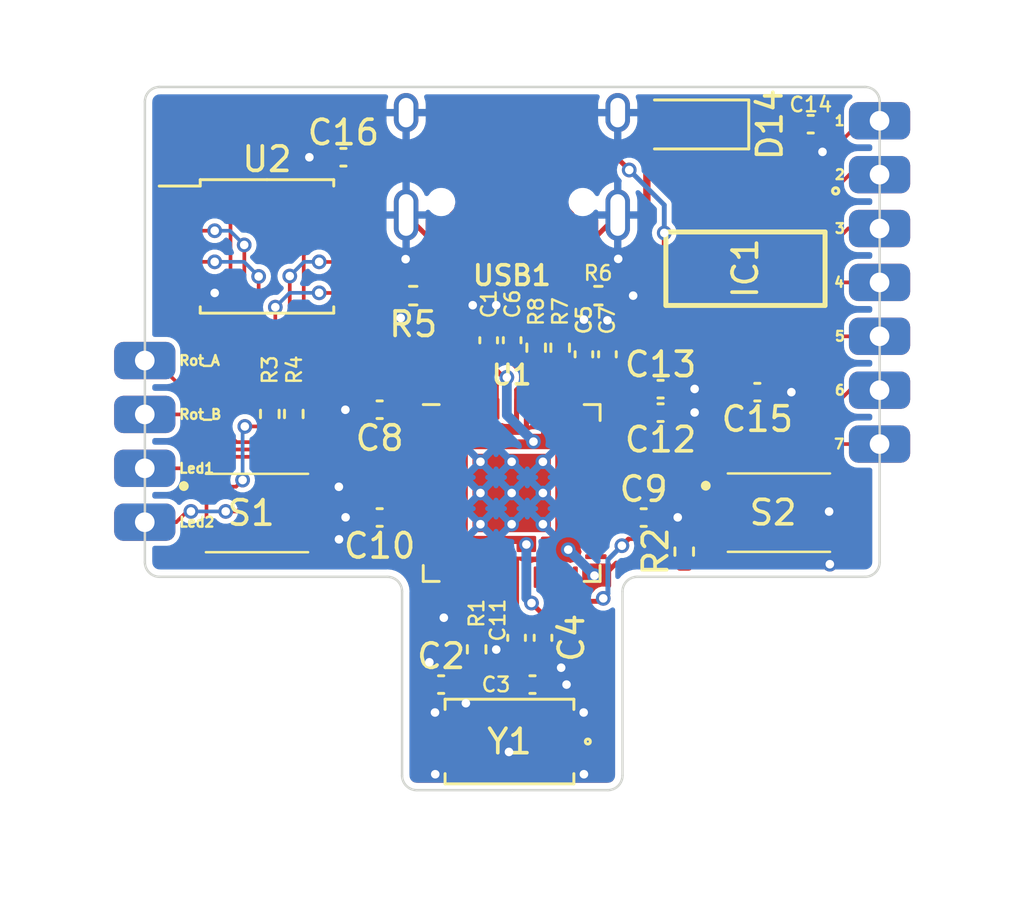
<source format=kicad_pcb>
(kicad_pcb (version 20211014) (generator pcbnew)
  (layers (0 "F.Cu" signal) (31 "B.Cu" signal) (34 "B.Paste" user) (35 "F.Paste" user) (36 "B.SilkS" user "B.Silkscreen") (37 "F.SilkS" user "F.Silkscreen") (38 "B.Mask" user) (39 "F.Mask" user) (44 "Edge.Cuts" user))
  (net 0 "")
  (net 1 "Net-(C3-Pad2)")
  (net 2 "XIN")
  (net 3 "USB_D+(47)")
  (net 4 "/USB_D+")
  (net 5 "/USB_D-")
  (net 6 "USB_D-(46)")
  (net 7 "Net-(R6-Pad1)")
  (net 8 "GND")
  (net 9 "Net-(R5-Pad1)")
  (net 10 "ADC_IOVDD(43)")
  (net 11 "QSPI_CS")
  (net 12 "BOOT")
  (net 13 "RESET")
  (net 14 "XOUT")
  (net 15 "QSPI_SD1")
  (net 16 "QSPI_SD2")
  (net 17 "QSPI_SD0")
  (net 18 "QSPI_CLK")
  (net 19 "QSPI_SP3")
  (net 21 "Net-(C14-Pad1)")
  (net 23 "Rot_A")
  (net 24 "Rot_B")
  (net 38 "DVDD(23)")
  (net 44 "LED2")
  (net 45 "LED1")
  (net 48 "unconnected-(U1-Pad35)")
  (net 49 "unconnected-(U1-Pad36)")
  (net 50 "unconnected-(U1-Pad37)")
  (net 51 "unconnected-(U1-Pad38)")
  (net 52 "unconnected-(U1-Pad39)")
  (net 53 "unconnected-(U1-Pad40)")
  (net 54 "unconnected-(U1-Pad41)")
  (net 57 "VBUS")
  (footprint "Diode_SMD:D_SOD-123F" (layer "F.Cu") (at 150.875 79.45 180)
    (fp_text reference "D14")
    (fp_text value "20V/1A")
  )
  (footprint "Capacitor_SMD:C_0402_1005Metric" (layer "F.Cu") (at 153.425 90.38)
    (fp_text reference "C15")
    (fp_text value "10uF")
  )
  (footprint "Castellated_Pin:Castellated_Pin" (layer "F.Cu") (at 158.415 81.5)
    (fp_text reference "2")
    (fp_text value "Castellated_Pin")
  )
  (footprint "Resistor_SMD:R_0402_1005Metric" (layer "F.Cu") (at 133.52 91.27 90)
    (fp_text reference "R3")
    (fp_text value "1k")
  )
  (footprint "footprints:445I23D12M00000" (layer "F.Cu") (at 143.305 104.6451 180)
    (fp_text reference "Y1")
    (fp_text value "ABLS-12.000MHZ-B4-T" hide)
  )
  (footprint "Keebio-Parts:HRO-TYPE-C-31-M-12-Assembly" (layer "F.Cu") (at 143.405 76.3675 180)
    (fp_text reference "USB1")
    (fp_text value "HRO-TYPE-C-31-M-12")
  )
  (footprint "Capacitor_SMD:C_0402_1005Metric" (layer "F.Cu") (at 149.475 91.2175)
    (fp_text reference "C12")
    (fp_text value "100nF")
  )
  (footprint "Castellated_Pin:Castellated_Pin" (layer "F.Cu") (at 158.415 92.5)
    (fp_text reference "7")
    (fp_text value "Castellated_Pin")
  )
  (footprint "Capacitor_SMD:C_0402_1005Metric" (layer "F.Cu") (at 136.525 80.79 180)
    (fp_text reference "C16")
    (fp_text value "100nF")
  )
  (footprint "Capacitor_SMD:C_0402_1005Metric" (layer "F.Cu") (at 138.005 95.4975 180)
    (fp_text reference "C10")
    (fp_text value "100nF")
  )
  (footprint "Castellated_Pin:Castellated_Pin" (layer "F.Cu") (at 128.415 95.69)
    (fp_text reference "Led2")
    (fp_text value "Castellated_Pin")
  )
  (footprint "Resistor_SMD:R_0402_1005Metric" (layer "F.Cu") (at 141.965 100.88 -90)
    (fp_text reference "R1")
    (fp_text value "1k")
  )
  (footprint "Castellated_Pin:Castellated_Pin" (layer "F.Cu") (at 158.415 88.1)
    (fp_text reference "5")
    (fp_text value "Castellated_Pin")
  )
  (footprint "Capacitor_SMD:C_0402_1005Metric" (layer "F.Cu") (at 148.785 95.5)
    (fp_text reference "C9")
    (fp_text value "100nF")
  )
  (footprint "Castellated_Pin:Castellated_Pin" (layer "F.Cu") (at 158.415 90.3)
    (fp_text reference "6")
    (fp_text value "Castellated_Pin")
  )
  (footprint "PTS810SJK250SMTRLFS:PTS810SJG250SMTRLFS" (layer "F.Cu") (at 154.32 95.3)
    (fp_text reference "S2")
    (fp_text value "PTS810SJK250SMTRLFS")
  )
  (footprint "Castellated_Pin:Castellated_Pin" (layer "F.Cu") (at 158.415 85.9)
    (fp_text reference "4")
    (fp_text value "Castellated_Pin")
  )
  (footprint "Castellated_Pin:Castellated_Pin" (layer "F.Cu") (at 158.415 79.3)
    (fp_text reference "1")
    (fp_text value "Castellated_Pin")
  )
  (footprint "Resistor_SMD:R_0402_1005Metric" (layer "F.Cu") (at 134.5 91.27 90)
    (fp_text reference "R4")
    (fp_text value "10k")
  )
  (footprint "Castellated_Pin:Castellated_Pin" (layer "F.Cu") (at 128.415 89.09)
    (fp_text reference "Rot_A")
    (fp_text value "Castellated_Pin")
  )
  (footprint "Package_SO:SOIC-8_5.23x5.23mm_P1.27mm" (layer "F.Cu") (at 133.405 84.43)
    (fp_text reference "U2")
    (fp_text value "W25Q128JVS")
  )
  (footprint "Capacitor_SMD:C_0402_1005Metric" (layer "F.Cu") (at 143.595 100.41 -90)
    (fp_text reference "C11")
    (fp_text value "100nF")
  )
  (footprint "Resistor_SMD:R_0402_1005Metric" (layer "F.Cu") (at 145.375 88.565 -90)
    (fp_text reference "R7")
    (fp_text value "27")
  )
  (footprint "Castellated_Pin:Castellated_Pin" (layer "F.Cu") (at 158.415 83.7)
    (fp_text reference "3")
    (fp_text value "Castellated_Pin")
  )
  (footprint "Resistor_SMD:R_0402_1005Metric" (layer "F.Cu") (at 150.44 96.89 90)
    (fp_text reference "R2")
    (fp_text value "10k")
  )
  (footprint "Capacitor_SMD:C_0402_1005Metric" (layer "F.Cu") (at 144.245 102.32 180)
    (fp_text reference "C3")
    (fp_text value "27pF")
  )
  (footprint "Capacitor_SMD:C_0402_1005Metric" (layer "F.Cu") (at 155.605 79.44)
    (fp_text reference "C14")
    (fp_text value "10uF")
  )
  (footprint "Resistor_SMD:R_0402_1005Metric" (layer "F.Cu") (at 139.375 86.44 180)
    (fp_text reference "R5")
    (fp_text value "5.1k")
  )
  (footprint "Resistor_SMD:R_0402_1005Metric" (layer "F.Cu") (at 144.395 88.565 90)
    (fp_text reference "R8")
    (fp_text value "27")
  )
  (footprint "Keebio-Parts:RP2040-QFN-56" (layer "F.Cu") (at 143.395 94.4975)
    (fp_text reference "U1")
    (fp_text value "RP2040")
  )
  (footprint "Capacitor_SMD:C_0402_1005Metric" (layer "F.Cu") (at 140.515 102.32)
    (fp_text reference "C2")
    (fp_text value "27pF")
  )
  (footprint "Capacitor_SMD:C_0402_1005Metric" (layer "F.Cu") (at 138.005 91.0975 180)
    (fp_text reference "C8")
    (fp_text value "100nF")
  )
  (footprint "Capacitor_SMD:C_0402_1005Metric" (layer "F.Cu") (at 143.415 88.26 90)
    (fp_text reference "C6")
    (fp_text value "100nF")
  )
  (footprint "Capacitor_SMD:C_0402_1005Metric" (layer "F.Cu") (at 147.305 88.835 90)
    (fp_text reference "C7")
    (fp_text value "1uF")
  )
  (footprint "PTS810SJK250SMTRLFS:PTS810SJG250SMTRLFS" (layer "F.Cu") (at 133.01 95.315)
    (fp_text reference "S1")
    (fp_text value "PTS810SJK250SMTRLFS")
  )
  (footprint "Capacitor_SMD:C_0402_1005Metric" (layer "F.Cu") (at 142.455 88.2625 90)
    (fp_text reference "C1")
    (fp_text value "100nF")
  )
  (footprint "Capacitor_SMD:C_0402_1005Metric" (layer "F.Cu") (at 149.475 90.2575)
    (fp_text reference "C13")
    (fp_text value "100nF")
  )
  (footprint "NCP1117ST33T3G:SOT230P700X180-4N" (layer "F.Cu") (at 152.94075 85.34 -90)
    (fp_text reference "IC1")
    (fp_text value "NCP1117ST33T3G")
  )
  (footprint "Castellated_Pin:Castellated_Pin" (layer "F.Cu") (at 128.415 91.29)
    (fp_text reference "Rot_B")
    (fp_text value "Castellated_Pin")
  )
  (footprint "Castellated_Pin:Castellated_Pin" (layer "F.Cu") (at 128.415 93.49)
    (fp_text reference "Led1")
    (fp_text value "Castellated_Pin")
  )
  (footprint "Capacitor_SMD:C_0402_1005Metric" (layer "F.Cu") (at 146.345 88.835 90)
    (fp_text reference "C5")
    (fp_text value "1uF")
  )
  (footprint "Resistor_SMD:R_0402_1005Metric" (layer "F.Cu") (at 146.935 86.44)
    (fp_text reference "R6")
    (fp_text value "5.1k")
  )
  (footprint "Capacitor_SMD:C_0402_1005Metric" (layer "F.Cu") (at 144.675 100.41 -90)
    (fp_text reference "C4")
    (fp_text value "100nF")
  )
  (gr_line (start 143.42 106.63) (end 139.52 106.63) (layer "Edge.Cuts") (width 0.1))
  (gr_line (start 129.02 77.92) (end 157.82 77.92) (layer "Edge.Cuts") (width 0.1))
  (gr_line (start 128.42 97.32) (end 128.42 78.52) (layer "Edge.Cuts") (width 0.1))
  (gr_line (start 138.92 106.03) (end 138.92 98.52) (layer "Edge.Cuts") (width 0.1))
  (gr_line (start 147.92 98.52) (end 147.92 106.03) (layer "Edge.Cuts") (width 0.1))
  (gr_line (start 138.32 97.92) (end 129.02 97.92) (layer "Edge.Cuts") (width 0.1))
  (gr_line (start 158.42 78.52) (end 158.42 97.32) (layer "Edge.Cuts") (width 0.1))
  (gr_arc (start 157.82 77.92) (mid 158.244247 78.095744) (end 158.42 78.52) (layer "Edge.Cuts") (width 0.1))
  (gr_line (start 147.32 106.63) (end 143.42 106.63) (layer "Edge.Cuts") (width 0.1))
  (gr_line (start 157.82 97.92) (end 148.52 97.92) (layer "Edge.Cuts") (width 0.1))
  (gr_arc (start 147.92 98.52) (mid 148.095734 98.095738) (end 148.52 97.92) (layer "Edge.Cuts") (width 0.1))
  (gr_arc (start 158.42 97.32) (mid 158.244262 97.744266) (end 157.82 97.92) (layer "Edge.Cuts") (width 0.1))
  (gr_arc (start 128.42 78.52) (mid 128.595734 78.095738) (end 129.02 77.92) (layer "Edge.Cuts") (width 0.1))
  (gr_arc (start 129.02 97.92) (mid 128.595719 97.744272) (end 128.42 97.32) (layer "Edge.Cuts") (width 0.1))
  (gr_arc (start 147.92 106.03) (mid 147.744262 106.454266) (end 147.32 106.63) (layer "Edge.Cuts") (width 0.1))
  (gr_arc (start 138.32 97.92) (mid 138.744247 98.095744) (end 138.92 98.52) (layer "Edge.Cuts") (width 0.1))
  (gr_arc (start 139.52 106.63) (mid 139.095719 106.454272) (end 138.92 106.03) (layer "Edge.Cuts") (width 0.1))
  (segment (start 143.9901 104.6451) (end 145.1573 104.6451) (width 0.15) (layer "F.Cu") (net 1))
  (segment (start 142.115 102.32) (end 143.765 102.32) (width 0.15) (layer "F.Cu") (net 1))
  (segment (start 143.765 104.42) (end 143.9901 104.6451) (width 0.15) (layer "F.Cu") (net 1))
  (segment (start 143.765 102.32) (end 143.765 104.42) (width 0.15) (layer "F.Cu") (net 1))
  (segment (start 141.965 102.17) (end 142.115 102.32) (width 0.15) (layer "F.Cu") (net 1))
  (segment (start 141.965 101.39) (end 141.965 102.17) (width 0.15) (layer "F.Cu") (net 1))
  (segment (start 142.8501 104.4149) (end 142.8501 103.5051) (width 0.15) (layer "F.Cu") (net 2))
  (segment (start 141.691414 102.32) (end 140.995 102.32) (width 0.15) (layer "F.Cu") (net 2))
  (segment (start 142.795 98.43) (end 140.995 100.23) (width 0.15) (layer "F.Cu") (net 2))
  (segment (start 142.625 104.64) (end 142.8501 104.4149) (width 0.15) (layer "F.Cu") (net 2))
  (segment (start 142.131414 102.76) (end 142.131414 102.786414) (width 0.15) (layer "F.Cu") (net 2))
  (segment (start 141.455 104.64) (end 142.6222 104.64) (width 0.15) (layer "F.Cu") (net 2))
  (segment (start 142.795 97.935) (end 142.795 98.43) (width 0.15) (layer "F.Cu") (net 2))
  (segment (start 140.995 100.23) (end 140.995 102.32) (width 0.15) (layer "F.Cu") (net 2))
  (segment (start 142.131414 102.76) (end 141.691414 102.32) (width 0.15) (layer "F.Cu") (net 2))
  (segment (start 142.131414 102.786414) (end 142.8501 103.5051) (width 0.15) (layer "F.Cu") (net 2))
  (segment (start 144.395 89.075) (end 144.395 91.06) (width 0.2) (layer "F.Cu") (net 3))
  (segment (start 143.165 85.6075) (end 143.165 85.960324) (width 0.8) (layer "F.Cu") (net 4))
  (segment (start 142.655 84.05) (end 142.655 85.1175) (width 0.3) (layer "F.Cu") (net 4))
  (segment (start 144.41048 87.205804) (end 144.41048 88.03952) (width 0.8) (layer "F.Cu") (net 4))
  (segment (start 144.41048 88.03952) (end 144.395 88.055) (width 0.8) (layer "F.Cu") (net 4))
  (segment (start 143.655 85.1175) (end 143.165 85.6075) (width 0.3) (layer "F.Cu") (net 4))
  (segment (start 142.655 85.1175) (end 143.145 85.6075) (width 0.3) (layer "F.Cu") (net 4))
  (segment (start 143.165 85.960324) (end 144.41048 87.205804) (width 0.8) (layer "F.Cu") (net 4))
  (segment (start 143.655 84.05) (end 143.655 85.1175) (width 0.3) (layer "F.Cu") (net 4))
  (segment (start 143.155 84.05) (end 143.155 83.0875) (width 0.3) (layer "F.Cu") (net 5))
  (segment (start 145.36 88.04) (end 145.375 88.055) (width 0.8) (layer "F.Cu") (net 5))
  (segment (start 144.155 85.6075) (end 144.174287 85.6075) (width 0.8) (layer "F.Cu") (net 5))
  (segment (start 145.36 86.793213) (end 145.36 88.04) (width 0.8) (layer "F.Cu") (net 5))
  (segment (start 144.174287 85.6075) (end 145.36 86.793213) (width 0.8) (layer "F.Cu") (net 5))
  (segment (start 143.155 83.0875) (end 143.365 82.8775) (width 0.3) (layer "F.Cu") (net 5))
  (segment (start 143.945 82.8775) (end 143.365 82.8775) (width 0.3) (layer "F.Cu") (net 5))
  (segment (start 144.155 84.05) (end 144.155 85.6075) (width 0.3) (layer "F.Cu") (net 5))
  (segment (start 144.155 83.0875) (end 143.945 82.8775) (width 0.3) (layer "F.Cu") (net 5))
  (segment (start 144.155 84.05) (end 144.155 83.0875) (width 0.3) (layer "F.Cu") (net 5))
  (segment (start 144.795 90.2) (end 145.375 89.62) (width 0.2) (layer "F.Cu") (net 6))
  (segment (start 145.375 89.62) (end 145.375 89.075) (width 0.2) (layer "F.Cu") (net 6))
  (segment (start 144.795 91.06) (end 144.795 90.2) (width 0.2) (layer "F.Cu") (net 6))
  (segment (start 144.655 84.9) (end 146.195 86.44) (width 0.15) (layer "F.Cu") (net 7))
  (segment (start 144.655 84.0625) (end 144.655 84.9) (width 0.15) (layer "F.Cu") (net 7))
  (segment (start 146.195 86.44) (end 146.425 86.44) (width 0.15) (layer "F.Cu") (net 7))
  (segment (start 156.395 94.225) (end 157.255 94.225) (width 0.15) (layer "F.Cu") (net 8))
  (segment (start 144.725 101.76) (end 144.595 101.63) (width 0.15) (layer "F.Cu") (net 8))
  (segment (start 156.085 82.28) (end 155.925 82.44) (width 0.2) (layer "F.Cu") (net 8))
  (segment (start 142.395 98.406414) (end 142.269511 98.531903) (width 0.15) (layer "F.Cu") (net 8))
  (segment (start 141.211414 99.59) (end 140.625 99.59) (width 0.15) (layer "F.Cu") (net 8))
  (segment (start 146.755 84.94) (end 146.63 84.815) (width 0.2) (layer "F.Cu") (net 8))
  (segment (start 150.865 90.25) (end 149.955 90.25) (width 0.2) (layer "F.Cu") (net 8))
  (segment (start 135.085 94.24) (end 135.085 96.39) (width 0.15) (layer "F.Cu") (net 8))
  (segment (start 142.455 87.78) (end 142.455 87.48) (width 0.2) (layer "F.Cu") (net 8))
  (segment (start 144.725 102.32) (end 144.725 101.76) (width 0.15) (layer "F.Cu") (net 8))
  (segment (start 157.255 94.225) (end 157.43 94.4) (width 0.15) (layer "F.Cu") (net 8))
  (segment (start 142.455 87.48) (end 141.805 86.83) (width 0.2) (layer "F.Cu") (net 8))
  (segment (start 156.085 79.44) (end 156.085 80.57) (width 0.2) (layer "F.Cu") (net 8))
  (segment (start 157.43 96.19) (end 157.2475 96.3725) (width 0.15) (layer "F.Cu") (net 8))
  (segment (start 129.805 86.33) (end 131.27 86.33) (width 0.15) (layer "F.Cu") (net 8))
  (segment (start 146.345 88.3275) (end 146.345 87.4175) (width 0.2) (layer "F.Cu") (net 8))
  (segment (start 143.135 101.35) (end 142.905 101.35) (width 0.15) (layer "F.Cu") (net 8))
  (segment (start 156.355 94.225) (end 156.355 95.255) (width 0.15) (layer "F.Cu") (net 8))
  (segment (start 136.045 80.79) (end 135.135 80.79) (width 0.2) (layer "F.Cu") (net 8))
  (segment (start 137.515 91.1) (end 136.605 91.1) (width 0.2) (layer "F.Cu") (net 8))
  (segment (start 142.269511 98.531903) (end 141.211414 99.59) (width 0.15) (layer "F.Cu") (net 8))
  (segment (start 138.865 87.35) (end 138.865 86.44) (width 0.2) (layer "F.Cu") (net 8))
  (segment (start 147.305 88.3575) (end 147.305 87.4475) (width 0.2) (layer "F.Cu") (net 8))
  (segment (start 140.185 84.8125) (end 140.185 84.06) (width 0.2) (layer "F.Cu") (net 8))
  (segment (start 137.525 95.49) (end 136.615 95.49) (width 0.2) (layer "F.Cu") (net 8))
  (segment (start 143.415 87.78) (end 143.415 87.48) (width 0.2) (layer "F.Cu") (net 8))
  (segment (start 156.39 96.37) (end 156.39 97.4) (width 0.15) (layer "F.Cu") (net 8))
  (segment (start 140.18 84.0625) (end 140 84.0625) (width 0.2) (layer "F.Cu") (net 8))
  (segment (start 144.595 101.63) (end 144.575 101.61) (width 0.15) (layer "F.Cu") (net 8))
  (segment (start 150.175 95.4925) (end 149.265 95.4925) (width 0.2) (layer "F.Cu") (net 8))
  (segment (start 143.595 100.89) (end 143.135 101.35) (width 0.15) (layer "F.Cu") (net 8))
  (segment (start 140.035 102.32) (end 140.035 101.41) (width 0.2) (layer "F.Cu") (net 8))
  (segment (start 147.745 84.94) (end 146.755 84.94) (width 0.2) (layer "F.Cu") (net 8))
  (segment (start 154.815 90.38) (end 153.905 90.38) (width 0.2) (layer "F.Cu") (net 8))
  (segment (start 156.085 80.57) (end 156.085 82.28) (width 0.2) (layer "F.Cu") (net 8))
  (segment (start 146.81 84.0625) (end 147.725 83.1475) (width 0.2) (layer "F.Cu") (net 8))
  (segment (start 148.355 86.44) (end 147.445 86.44) (width 0.2) (layer "F.Cu") (net 8))
  (segment (start 150.865 91.21) (end 149.955 91.21) (width 0.2) (layer "F.Cu") (net 8))
  (segment (start 146.63 84.0625) (end 146.81 84.0625) (width 0.2) (layer "F.Cu") (net 8))
  (segment (start 135.09 96.385) (end 136.34 96.385) (width 0.15) (layer "F.Cu") (net 8))
  (segment (start 144.725 102.32) (end 145.635 102.32) (width 0.2) (layer "F.Cu") (net 8))
  (segment (start 156.39 96.37) (end 157.25 96.37) (width 0.15) (layer "F.Cu") (net 8))
  (segment (start 155.925 82.44) (end 155.24075 82.44) (width 0.2) (layer "F.Cu") (net 8))
  (segment (start 144.575 101.61) (end 142.915 101.61) (width 0.15) (layer "F.Cu") (net 8))
  (segment (start 146.63 84.815) (end 146.63 84.0625) (width 0.2) (layer "F.Cu") (net 8))
  (segment (start 144.675 100.89) (end 145.415 101.63) (width 0.15) (layer "F.Cu") (net 8))
  (segment (start 157.43 94.4) (end 157.43 96.19) (width 0.15) (layer "F.Cu") (net 8))
  (segment (start 140.055 84.95) (end 139.065 84.95) (width 0.2) (layer "F.Cu") (net 8))
  (segment (start 135.085 94.24) (end 136.335 94.24) (width 0.15) (layer "F.Cu") (net 8))
  (segment (start 140 84.0625) (end 139.085 83.1475) (width 0.2) (layer "F.Cu") (net 8))
  (segment (start 140.185 84.82) (end 140.06 84.945) (width 0.2) (layer "F.Cu") (net 8))
  (segment (start 143.415 87.48) (end 142.765 86.83) (width 0.2) (layer "F.Cu") (net 8))
  (segment (start 142.395 97.935) (end 142.395 98.406414) (width 0.15) (layer "F.Cu") (net 8))
  (segment (start 135.84 94.215) (end 135.845 94.22) (width 0.15) (layer "F.Cu") (net 8))
  (via (at 147.745 84.94) (size 0.6) (drill 0.35) (layers "F.Cu" "B.Cu") (net 8))
  (via (at 140.265 103.46) (size 0.6) (drill 0.35) (layers "F.Cu" "B.Cu") (net 8))
  (via (at 156.355 95.255) (size 0.6) (drill 0.35) (layers "F.Cu" "B.Cu") (net 8))
  (via (at 136.345 96.39) (size 0.6) (drill 0.35) (layers "F.Cu" "B.Cu") (net 8))
  (via (at 138.865 87.35) (size 0.6) (drill 0.35) (layers "F.Cu" "B.Cu") (net 8))
  (via (at 135.135 80.79) (size 0.6) (drill 0.35) (layers "F.Cu" "B.Cu") (net 8))
  (via (at 136.34 94.245) (size 0.6) (drill 0.35) (layers "F.Cu" "B.Cu") (net 8))
  (via (at 142.765 100.89) (size 0.6) (drill 0.35) (layers "F.Cu" "B.Cu") (net 8))
  (via (at 140.275 105.98) (size 0.6) (drill 0.35) (layers "F.Cu" "B.Cu") (net 8))
  (via (at 145.635 102.32) (size 0.6) (drill 0.35) (layers "F.Cu" "B.Cu") (net 8))
  (via (at 146.345 87.4175) (size 0.6) (drill 0.35) (layers "F.Cu" "B.Cu") (net 8))
  (via (at 150.865 91.21) (size 0.6) (drill 0.35) (layers "F.Cu" "B.Cu") (net 8))
  (via (at 146.345 105.98) (size 0.6) (drill 0.35) (layers "F.Cu" "B.Cu") (net 8))
  (via (at 136.615 95.49) (size 0.6) (drill 0.35) (layers "F.Cu" "B.Cu") (net 8))
  (via (at 140.625 99.59) (size 0.6) (drill 0.35) (layers "F.Cu" "B.Cu") (net 8))
  (via (at 146.335 103.46) (size 0.6) (drill 0.35) (layers "F.Cu" "B.Cu") (net 8))
  (via (at 154.815 90.38) (size 0.6) (drill 0.35) (layers "F.Cu" "B.Cu") (net 8))
  (via (at 145.415 101.63) (size 0.6) (drill 0.35) (layers "F.Cu" "B.Cu") (net 8))
  (via (at 143.285 105.07) (size 0.6) (drill 0.35) (layers "F.Cu" "B.Cu") (net 8))
  (via (at 150.175 95.4925) (size 0.6) (drill 0.35) (layers "F.Cu" "B.Cu") (net 8))
  (via (at 148.355 86.44) (size 0.6) (drill 0.35) (layers "F.Cu" "B.Cu") (net 8))
  (via (at 131.27 86.33) (size 0.6) (drill 0.35) (layers "F.Cu" "B.Cu") (net 8))
  (via (at 156.085 80.57) (size 0.6) (drill 0.35) (layers "F.Cu" "B.Cu") (net 8))
  (via (at 141.805 86.83) (size 0.6) (drill 0.35) (layers "F.Cu" "B.Cu") (net 8))
  (via (at 150.865 90.25) (size 0.6) (drill 0.35) (layers "F.Cu" "B.Cu") (net 8))
  (via (at 141.525 103.08) (size 0.6) (drill 0.35) (layers "F.Cu" "B.Cu") (net 8))
  (via (at 142.765 86.83) (size 0.6) (drill 0.35) (layers "F.Cu" "B.Cu") (net 8))
  (via (at 140.035 101.41) (size 0.6) (drill 0.35) (layers "F.Cu" "B.Cu") (net 8))
  (via (at 139.065 84.95) (size 0.6) (drill 0.35) (layers "F.Cu" "B.Cu") (net 8))
  (via (at 136.605 91.1) (size 0.6) (drill 0.35) (layers "F.Cu" "B.Cu") (net 8))
  (via (at 156.385 97.405) (size 0.6) (drill 0.35) (layers "F.Cu" "B.Cu") (net 8))
  (via (at 147.305 87.4475) (size 0.6) (drill 0.35) (layers "F.Cu" "B.Cu") (net 8))
  (segment (start 139.885 86.44) (end 140.115 86.44) (width 0.15) (layer "F.Cu") (net 9))
  (segment (start 141.655 84.06) (end 141.655 84.8975) (width 0.15) (layer "F.Cu") (net 9))
  (segment (start 140.115 86.44) (end 141.655 84.9) (width 0.15) (layer "F.Cu") (net 9))
  (segment (start 147.665 97.36) (end 150.4 97.36) (width 0.15) (layer "F.Cu") (net 10))
  (segment (start 140.8425 95.4975) (end 140.845 95.5) (width 0.2) (layer "F.Cu") (net 10))
  (segment (start 145.595 92.02) (end 145.805 92.23) (width 0.2) (layer "F.Cu") (net 10))
  (segment (start 143.995 91.06) (end 143.995 90.29) (width 0.2) (layer "F.Cu") (net 10))
  (segment (start 143.995 91.06) (end 143.995 91.68) (width 0.2) (layer "F.Cu") (net 10))
  (segment (start 146.83 91.9) (end 146.8325 91.8975) (width 0.2) (layer "F.Cu") (net 10))
  (segment (start 139.015 91.78) (end 139.445 91.35) (width 0.2) (layer "F.Cu") (net 10))
  (segment (start 145.995 91.78) (end 146.115 91.9) (width 0.2) (layer "F.Cu") (net 10))
  (segment (start 143.595 91.7) (end 143.385 91.91) (width 0.2) (layer "F.Cu") (net 10))
  (segment (start 152.94075 90.37575) (end 152.94075 88.24) (width 0.2) (layer "F.Cu") (net 10))
  (segment (start 146.8325 95.4975) (end 145.6075 95.4975) (width 0.2) (layer "F.Cu") (net 10))
  (segment (start 147.045 90.24) (end 147.305 89.98) (width 0.2) (layer "F.Cu") (net 10))
  (segment (start 137.005 80.79) (end 137.005 82.525) (width 0.2) (layer "F.Cu") (net 10))
  (segment (start 146.775 97.87) (end 147.155 97.87) (width 0.2) (layer "F.Cu") (net 10))
  (segment (start 145.815 90.24) (end 147.045 90.24) (width 0.2) (layer "F.Cu") (net 10))
  (segment (start 146.115 91.9) (end 146.83 91.9) (width 0.2) (layer "F.Cu") (net 10))
  (segment (start 138.155 81.87) (end 139.085 80.94) (width 0.2) (layer "F.Cu") (net 10))
  (segment (start 143.855 91.94) (end 143.695 91.94) (width 0.2) (layer "F.Cu") (net 10))
  (segment (start 138.485 95.4975) (end 139.9575 95.4975) (width 0.2) (layer "F.Cu") (net 10))
  (segment (start 146.835 95.5) (end 146.8325 95.4975) (width 0.2) (layer "F.Cu") (net 10))
  (segment (start 143.595 91.06) (end 143.595 91.7) (width 0.2) (layer "F.Cu") (net 10))
  (segment (start 143.995 91.68) (end 143.995 91.8) (width 0.2) (layer "F.Cu") (net 10))
  (segment (start 143.995 90.29) (end 143.795 90.09) (width 0.2) (layer "F.Cu") (net 10))
  (segment (start 147.305 89.98) (end 147.305 89.315) (width 0.2) (layer "F.Cu") (net 10))
  (segment (start 143.595 91.06) (end 143.595 90.29) (width 0.2) (layer "F.Cu") (net 10))
  (segment (start 139.9575 91.8975) (end 140.8525 91.8975) (width 0.2) (layer "F.Cu") (net 10))
  (segment (start 145.595 90.46) (end 145.815 90.24) (width 0.2) (layer "F.Cu") (net 10))
  (segment (start 138.485 91.0975) (end 139.9125 91.0975) (width 0.2) (layer "F.Cu") (net 10))
  (segment (start 147.155 97.87) (end 147.665 97.36) (width 0.2) (layer "F.Cu") (net 10))
  (segment (start 145.995 91.06) (end 145.995 91.78) (width 0.2) (layer "F.Cu") (net 10))
  (segment (start 148.305 95.5) (end 146.835 95.5) (width 0.2) (layer "F.Cu") (net 10))
  (segment (start 143.795 89.56) (end 143.795 90.09) (width 0.2) (layer "F.Cu") (net 10))
  (segment (start 137.5 82.525) (end 138.155 81.87) (width 0.2) (layer "F.Cu") (net 10))
  (segment (start 143.595 97.935) (end 143.595 99.93) (width 0.2) (layer "F.Cu") (net 10))
  (segment (start 143.595 90.29) (end 143.795 90.09) (width 0.2) (layer "F.Cu") (net 10))
  (segment (start 149.625 85.39) (end 150.225 85.99) (width 0.2) (layer "F.Cu") (net 10))
  (segment (start 134.5 91.78) (end 139.015 91.78) (width 0.2) (layer "F.Cu") (net 10))
  (segment (start 147.825 80.94) (end 148.195 81.31) (width 0.2) (layer "F.Cu") (net 10))
  (segment (start 139.9125 91.0975) (end 139.955 91.14) (width 0.2) (layer "F.Cu") (net 10))
  (segment (start 139.085 80.94) (end 139.965 80.94) (width 0.2) (layer "F.Cu") (net 10))
  (segment (start 139.9575 95.4975) (end 140.8425 95.4975) (width 0.2) (layer "F.Cu") (net 10))
  (segment (start 143.385 91.91) (end 143.095 91.91) (width 0.2) (layer "F.Cu") (net 10))
  (segment (start 143.415 89.18) (end 143.795 89.56) (width 0.2) (layer "F.Cu") (net 10))
  (segment (start 149.625 83.88) (end 149.625 85.39) (width 0.2) (layer "F.Cu") (net 10))
  (segment (start 152.945 90.38) (end 152.94075 90.37575) (width 0.2) (layer "F.Cu") (net 10))
  (segment (start 139.965 80.94) (end 147.825 80.94) (width 0.2) (layer "F.Cu") (net 10))
  (segment (start 143.415 88.74) (end 143.415 89.18) (width 0.2) (layer "F.Cu") (net 10))
  (segment (start 143.995 91.8) (end 143.855 91.94) (width 0.2) (layer "F.Cu") (net 10))
  (segment (start 145.595 91.06) (end 145.595 90.46) (width 0.2) (layer "F.Cu") (net 10))
  (segment (start 137.005 82.525) (end 137.5 82.525) (width 0.2) (layer "F.Cu") (net 10))
  (segment (start 150.4 97.36) (end 150.44 97.4) (width 0.15) (layer "F.Cu") (net 10))
  (segment (start 145.595 91.06) (end 145.595 92.02) (width 0.2) (layer "F.Cu") (net 10))
  (via (at 145.705 96.81) (size 0.6) (drill 0.35) (layers "F.Cu" "B.Cu") (net 10))
  (via (at 149.625 83.88) (size 0.6) (drill 0.35) (layers "F.Cu" "B.Cu") (net 10))
  (via (at 146.775 97.87) (size 0.6) (drill 0.35) (layers "F.Cu" "B.Cu") (net 10))
  (via (at 148.195 81.31) (size 0.6) (drill 0.35) (layers "F.Cu" "B.Cu") (net 10))
  (segment (start 145.715 96.81) (end 146.775 97.87) (width 0.4) (layer "B.Cu") (net 10))
  (segment (start 149.625 82.74) (end 149.625 83.88) (width 0.2) (layer "B.Cu") (net 10))
  (segment (start 145.705 96.81) (end 145.715 96.81) (width 0.4) (layer "B.Cu") (net 10))
  (segment (start 148.195 81.31) (end 149.625 82.74) (width 0.2) (layer "B.Cu") (net 10))
  (segment (start 145.705 96.81) (end 145.725 96.81) (width 0.4) (layer "B.Cu") (net 10))
  (segment (start 133.52 90.14) (end 133.52 90.06) (width 0.15) (layer "F.Cu") (net 11))
  (segment (start 133.52 90.06) (end 133.47574 90.01574) (width 0.15) (layer "F.Cu") (net 11))
  (segment (start 140.795 91.06) (end 140.795 90.58148) (width 0.15) (layer "F.Cu") (net 11))
  (segment (start 140.22926 90.01574) (end 133.64574 90.01574) (width 0.15) (layer "F.Cu") (net 11))
  (segment (start 130.925 82.51) (end 131.91 83.495) (width 0.15) (layer "F.Cu") (net 11))
  (segment (start 133.39574 90.01574) (end 133.52 90.14) (width 0.15) (layer "F.Cu") (net 11))
  (segment (start 140.795 90.58148) (end 140.22926 90.01574) (width 0.15) (layer "F.Cu") (net 11))
  (segment (start 132.54074 90.01574) (end 131.91593 89.39093) (width 0.15) (layer "F.Cu") (net 11))
  (segment (start 133.47574 90.01574) (end 133.37426 90.01574) (width 0.15) (layer "F.Cu") (net 11))
  (segment (start 133.37426 90.01574) (end 133.39574 90.01574) (width 0.15) (layer "F.Cu") (net 11))
  (segment (start 130.92 82.51) (end 129.805 82.51) (width 0.15) (layer "F.Cu") (net 11))
  (segment (start 133.37426 90.01574) (end 132.54074 90.01574) (width 0.15) (layer "F.Cu") (net 11))
  (segment (start 133.64426 90.01574) (end 133.52 90.14) (width 0.15) (layer "F.Cu") (net 11))
  (segment (start 131.91593 86.90093) (end 131.915 86.9) (width 0.15) (layer "F.Cu") (net 11))
  (segment (start 133.52 90.76) (end 134.5 90.76) (width 0.15) (layer "F.Cu") (net 11))
  (segment (start 133.64574 90.01574) (end 133.64426 90.01574) (width 0.15) (layer "F.Cu") (net 11))
  (segment (start 131.91593 89.39093) (end 131.91593 86.90093) (width 0.15) (layer "F.Cu") (net 11))
  (segment (start 131.915 86.9) (end 131.915 83.5) (width 0.15) (layer "F.Cu") (net 11))
  (segment (start 133.52 90.76) (end 133.52 90.14) (width 0.15) (layer "F.Cu") (net 11))
  (segment (start 133.64574 90.01574) (end 133.47574 90.01574) (width 0.15) (layer "F.Cu") (net 11))
  (segment (start 133.52 91.78) (end 132.5 91.78) (width 0.15) (layer "F.Cu") (net 12))
  (segment (start 132.14 94.24) (end 132.41 93.97) (width 0.15) (layer "F.Cu") (net 12))
  (segment (start 132.14 94.24) (end 130.935 94.24) (width 0.15) (layer "F.Cu") (net 12))
  (segment (start 130.935 94.24) (end 130.935 96.39) (width 0.15) (layer "F.Cu") (net 12))
  (via (at 132.41 93.97) (size 0.6) (drill 0.35) (layers "F.Cu" "B.Cu") (net 12))
  (via (at 132.5 91.78) (size 0.6) (drill 0.35) (layers "F.Cu" "B.Cu") (net 12))
  (segment (start 132.41 91.87) (end 132.41 93.97) (width 0.15) (layer "B.Cu") (net 12))
  (segment (start 132.5 91.78) (end 132.41 91.87) (width 0.15) (layer "B.Cu") (net 12))
  (segment (start 145.375 98.92) (end 147.015 98.92) (width 0.2) (layer "F.Cu") (net 13))
  (segment (start 152.205 94.225) (end 152.205 96.375) (width 0.15) (layer "F.Cu") (net 13))
  (segment (start 150.445 96.375) (end 152.245 96.375) (width 0.15) (layer "F.Cu") (net 13))
  (segment (start 150.44 96.38) (end 150.445 96.375) (width 0.15) (layer "F.Cu") (net 13))
  (segment (start 145.195 97.935) (end 145.195 98.74) (width 0.2) (layer "F.Cu") (net 13))
  (segment (start 147.895 96.65) (end 148.165 96.38) (width 0.2) (layer "F.Cu") (net 13))
  (segment (start 147.015 98.92) (end 147.135 98.8) (width 0.2) (layer "F.Cu") (net 13))
  (segment (start 145.195 98.74) (end 145.375 98.92) (width 0.2) (layer "F.Cu") (net 13))
  (segment (start 148.165 96.38) (end 150.44 96.38) (width 0.15) (layer "F.Cu") (net 13))
  (via (at 147.895 96.65) (size 0.6) (drill 0.35) (layers "F.Cu" "B.Cu") (net 13))
  (via (at 147.135 98.8) (size 0.6) (drill 0.35) (layers "F.Cu" "B.Cu") (net 13))
  (segment (start 147.135 98.8) (end 147.324511 98.610489) (width 0.2) (layer "B.Cu") (net 13))
  (segment (start 147.324511 97.220489) (end 147.895 96.65) (width 0.2) (layer "B.Cu") (net 13))
  (segment (start 147.324511 98.610489) (end 147.324511 97.220489) (width 0.2) (layer "B.Cu") (net 13))
  (segment (start 141.965 100.37) (end 141.965 99.88) (width 0.15) (layer "F.Cu") (net 14))
  (segment (start 143.195 98.65) (end 143.195 98.59) (width 0.15) (layer "F.Cu") (net 14))
  (segment (start 141.965 99.88) (end 143.195 98.65) (width 0.15) (layer "F.Cu") (net 14))
  (segment (start 143.195 97.935) (end 143.195 98.59) (width 0.15) (layer "F.Cu") (net 14))
  (segment (start 141.195 91.06) (end 141.195 90.487184) (width 0.15) (layer "F.Cu") (net 15))
  (segment (start 140.424036 89.71622) (end 133.01122 89.71622) (width 0.15) (layer "F.Cu") (net 15))
  (segment (start 132.48 89.185) (end 132.48 84.375) (width 0.15) (layer "F.Cu") (net 15))
  (segment (start 133.01122 89.71622) (end 132.48 89.185) (width 0.15) (layer "F.Cu") (net 15))
  (segment (start 132.48 84.375) (end 132.475 84.37) (width 0.15) (layer "F.Cu") (net 15))
  (segment (start 129.805 83.79) (end 131.27 83.79) (width 0.15) (layer "F.Cu") (net 15))
  (segment (start 141.195 90.487184) (end 140.424036 89.71622) (width 0.15) (layer "F.Cu") (net 15))
  (via (at 131.27 83.79) (size 0.6) (drill 0.35) (layers "F.Cu" "B.Cu") (net 15))
  (via (at 132.475 84.37) (size 0.6) (drill 0.35) (layers "F.Cu" "B.Cu") (net 15))
  (segment (start 131.27 83.79) (end 131.895 83.79) (width 0.15) (layer "B.Cu") (net 15))
  (segment (start 131.895 83.79) (end 132.475 84.37) (width 0.15) (layer "B.Cu") (net 15))
  (segment (start 140.618812 89.4167) (end 141.595 90.392888) (width 0.15) (layer "F.Cu") (net 16))
  (segment (start 133.6417 89.4167) (end 140.618812 89.4167) (width 0.15) (layer "F.Cu") (net 16))
  (segment (start 133.065 85.655) (end 133.065 88.84) (width 0.15) (layer "F.Cu") (net 16))
  (segment (start 133.065 88.84) (end 133.6417 89.4167) (width 0.15) (layer "F.Cu") (net 16))
  (segment (start 141.595 90.392888) (end 141.595 91.06) (width 0.15) (layer "F.Cu") (net 16))
  (segment (start 129.805 85.06) (end 131.27 85.06) (width 0.15) (layer "F.Cu") (net 16))
  (via (at 131.27 85.06) (size 0.6) (drill 0.35) (layers "F.Cu" "B.Cu") (net 16))
  (via (at 133.065 85.655) (size 0.6) (drill 0.35) (layers "F.Cu" "B.Cu") (net 16))
  (segment (start 132.47 85.06) (end 133.065 85.655) (width 0.15) (layer "B.Cu") (net 16))
  (segment (start 131.27 85.06) (end 132.47 85.06) (width 0.15) (layer "B.Cu") (net 16))
  (segment (start 133.745 86.91) (end 133.745 88.54436) (width 0.15) (layer "F.Cu") (net 17))
  (segment (start 137.005 86.33) (end 135.54 86.33) (width 0.15) (layer "F.Cu") (net 17))
  (segment (start 140.813588 89.11718) (end 135.834992 89.11718) (width 0.15) (layer "F.Cu") (net 17))
  (segment (start 135.02218 89.11718) (end 134.31782 89.11718) (width 0.15) (layer "F.Cu") (net 17))
  (segment (start 133.745 88.54436) (end 134.31782 89.11718) (width 0.15) (layer "F.Cu") (net 17))
  (segment (start 141.995 91.06) (end 141.995 90.298592) (width 0.15) (layer "F.Cu") (net 17))
  (segment (start 135.834992 89.11718) (end 135.53218 89.11718) (width 0.15) (layer "F.Cu") (net 17))
  (segment (start 135.53218 89.11718) (end 135.02218 89.11718) (width 0.15) (layer "F.Cu") (net 17))
  (segment (start 141.995 90.298592) (end 140.813588 89.11718) (width 0.15) (layer "F.Cu") (net 17))
  (via (at 135.535 86.325) (size 0.6) (drill 0.35) (layers "F.Cu" "B.Cu") (net 17))
  (via (at 133.745 86.91) (size 0.6) (drill 0.35) (layers "F.Cu" "B.Cu") (net 17))
  (segment (start 134.33 86.325) (end 135.535 86.325) (width 0.15) (layer "B.Cu") (net 17))
  (segment (start 133.745 86.91) (end 134.33 86.325) (width 0.15) (layer "B.Cu") (net 17))
  (segment (start 135.710926 88.81766) (end 141.008364 88.81766) (width 0.15) (layer "F.Cu") (net 18))
  (segment (start 135.710926 88.81766) (end 134.81266 88.81766) (width 0.15) (layer "F.Cu") (net 18))
  (segment (start 141.008364 88.81766) (end 142.395 90.204296) (width 0.15) (layer "F.Cu") (net 18))
  (segment (start 134.335 88.34) (end 134.81266 88.81766) (width 0.15) (layer "F.Cu") (net 18))
  (segment (start 135.54 85.065) (end 135.535 85.06) (width 0.15) (layer "F.Cu") (net 18))
  (segment (start 142.395 90.204296) (end 142.395 91.06) (width 0.15) (layer "F.Cu") (net 18))
  (segment (start 137.005 85.065) (end 135.54 85.065) (width 0.15) (layer "F.Cu") (net 18))
  (segment (start 134.335 85.64) (end 134.335 88.34) (width 0.15) (layer "F.Cu") (net 18))
  (via (at 134.335 85.64) (size 0.6) (drill 0.35) (layers "F.Cu" "B.Cu") (net 18))
  (via (at 135.535 85.06) (size 0.6) (drill 0.35) (layers "F.Cu" "B.Cu") (net 18))
  (segment (start 134.915 85.06) (end 134.335 85.64) (width 0.15) (layer "B.Cu") (net 18))
  (segment (start 135.535 85.06) (end 134.915 85.06) (width 0.15) (layer "B.Cu") (net 18))
  (segment (start 134.905 84.78) (end 134.905 88.18) (width 0.15) (layer "F.Cu") (net 19))
  (segment (start 134.905 88.18) (end 135.24314 88.51814) (width 0.15) (layer "F.Cu") (net 19))
  (segment (start 141.20314 88.51814) (end 142.795 90.11) (width 0.15) (layer "F.Cu") (net 19))
  (segment (start 135.24314 88.51814) (end 141.20314 88.51814) (width 0.15) (layer "F.Cu") (net 19))
  (segment (start 142.795 90.11) (end 142.795 91.06) (width 0.15) (layer "F.Cu") (net 19))
  (segment (start 135.89 83.795) (end 134.905 84.78) (width 0.15) (layer "F.Cu") (net 19))
  (segment (start 137.005 83.795) (end 135.89 83.795) (width 0.15) (layer "F.Cu") (net 19))
  (segment (start 150.64075 82.44) (end 150.64075 81.03425) (width 0.2) (layer "F.Cu") (net 21))
  (segment (start 151.025 80.65) (end 152.005 80.65) (width 0.2) (layer "F.Cu") (net 21))
  (segment (start 152.275 79.45) (end 155.115 79.45) (width 0.2) (layer "F.Cu") (net 21))
  (segment (start 150.64075 81.03425) (end 151.025 80.65) (width 0.2) (layer "F.Cu") (net 21))
  (segment (start 152.275 80.38) (end 152.275 79.45) (width 0.2) (layer "F.Cu") (net 21))
  (segment (start 155.115 79.45) (end 155.125 79.44) (width 0.2) (layer "F.Cu") (net 21))
  (segment (start 152.005 80.65) (end 152.275 80.38) (width 0.2) (layer "F.Cu") (net 21))
  (segment (start 138.972195 92.42144) (end 132.16144 92.42144) (width 0.15) (layer "F.Cu") (net 23))
  (segment (start 128.83 89.09) (end 128.78952 89.09) (width 0.15) (layer "F.Cu") (net 23))
  (segment (start 139.248256 92.6975) (end 138.972195 92.42144) (width 0.15) (layer "F.Cu") (net 23))
  (segment (start 132.16144 92.42144) (end 128.83 89.09) (width 0.15) (layer "F.Cu") (net 23))
  (segment (start 139.9575 92.6975) (end 139.248256 92.6975) (width 0.15) (layer "F.Cu") (net 23))
  (segment (start 138.84813 92.72096) (end 132.037374 92.72096) (width 0.15) (layer "F.Cu") (net 24))
  (segment (start 139.224672 93.0975) (end 138.84813 92.72096) (width 0.15) (layer "F.Cu") (net 24))
  (segment (start 130.606414 91.29) (end 128.78952 91.29) (width 0.15) (layer "F.Cu") (net 24))
  (segment (start 128.78952 91.29) (end 128.78952 91.28524) (width 0.15) (layer "F.Cu") (net 24))
  (segment (start 132.037374 92.72096) (end 130.606414 91.29) (width 0.15) (layer "F.Cu") (net 24))
  (segment (start 139.9575 93.0975) (end 139.224672 93.0975) (width 0.15) (layer "F.Cu") (net 24))
  (segment (start 142.455 89.17) (end 143.059223 89.774223) (width 0.2) (layer "F.Cu") (net 38))
  (segment (start 145.195 91.95) (end 145.085 92.06) (width 0.2) (layer "F.Cu") (net 38))
  (segment (start 143.059223 89.774223) (end 143.197933 89.774223) (width 0.2) (layer "F.Cu") (net 38))
  (segment (start 143.195 89.777156) (end 143.197933 89.774223) (width 0.2) (layer "F.Cu") (net 38))
  (segment (start 145.195 91.06) (end 145.195 91.95) (width 0.2) (layer "F.Cu") (net 38))
  (segment (start 145.598816 89.89048) (end 146.22452 89.89048) (width 0.2) (layer "F.Cu") (net 38))
  (segment (start 144.675 99.46) (end 144.205 98.99) (width 0.2) (layer "F.Cu") (net 38))
  (segment (start 143.995 98.78) (end 144.205 98.99) (width 0.2) (layer "F.Cu") (net 38))
  (segment (start 146.22452 89.89048) (end 146.345 89.77) (width 0.2) (layer "F.Cu") (net 38))
  (segment (start 145.195 90.294296) (end 145.598816 89.89048) (width 0.2) (layer "F.Cu") (net 38))
  (segment (start 143.195 91.06) (end 143.195 89.777156) (width 0.2) (layer "F.Cu") (net 38))
  (segment (start 146.345 89.77) (end 146.345 89.315) (width 0.2) (layer "F.Cu") (net 38))
  (segment (start 142.455 88.7425) (end 142.455 89.17) (width 0.2) (layer "F.Cu") (net 38))
  (segment (start 143.995 97.935) (end 143.995 98.78) (width 0.2) (layer "F.Cu") (net 38))
  (segment (start 145.195 91.06) (end 145.195 90.294296) (width 0.2) (layer "F.Cu") (net 38))
  (segment (start 144.675 99.93) (end 144.675 99.46) (width 0.2) (layer "F.Cu") (net 38))
  (via (at 144.285 92.4) (size 0.6) (drill 0.35) (layers "F.Cu" "B.Cu") (net 38))
  (via (at 144.205 98.99) (size 0.6) (drill 0.35) (layers "F.Cu" "B.Cu") (net 38))
  (via (at 143.995 96.6) (size 0.6) (drill 0.35) (layers "F.Cu" "B.Cu") (net 38))
  (via (at 143.197933 89.774223) (size 0.6) (drill 0.35) (layers "F.Cu" "B.Cu") (net 38))
  (segment (start 143.197933 91.312933) (end 144.285 92.4) (width 0.4) (layer "B.Cu") (net 38))
  (segment (start 143.995 96.6) (end 143.995 98.78) (width 0.4) (layer "B.Cu") (net 38))
  (segment (start 143.995 98.78) (end 144.205 98.99) (width 0.4) (layer "B.Cu") (net 38))
  (segment (start 143.197933 89.774223) (end 143.197933 91.312933) (width 0.4) (layer "B.Cu") (net 38))
  (segment (start 132.18 95.25) (end 134.11 93.32) (width 0.15) (layer "F.Cu") (net 44))
  (segment (start 130.14 95.25) (end 129.7 95.69) (width 0.15) (layer "F.Cu") (net 44))
  (segment (start 139.1775 93.8975) (end 139.9575 93.8975) (width 0.15) (layer "F.Cu") (net 44))
  (segment (start 131.72 95.25) (end 132.18 95.25) (width 0.15) (layer "F.Cu") (net 44))
  (segment (start 138.6 93.32) (end 139.1775 93.8975) (width 0.15) (layer "F.Cu") (net 44))
  (segment (start 134.11 93.32) (end 138.6 93.32) (width 0.15) (layer "F.Cu") (net 44))
  (segment (start 130.3 95.25) (end 130.14 95.25) (width 0.15) (layer "F.Cu") (net 44))
  (segment (start 129.7 95.69) (end 128.78952 95.69) (width 0.15) (layer "F.Cu") (net 44))
  (via (at 130.3 95.25) (size 0.6) (drill 0.35) (layers "F.Cu" "B.Cu") (net 44))
  (via (at 131.72 95.25) (size 0.6) (drill 0.35) (layers "F.Cu" "B.Cu") (net 44))
  (segment (start 131.72 95.25) (end 130.3 95.25) (width 0.15) (layer "B.Cu") (net 44))
  (segment (start 132.04952 93.02048) (end 131.58 93.49) (width 0.15) (layer "F.Cu") (net 45))
  (segment (start 139.201086 93.4975) (end 138.724065 93.02048) (width 0.15) (layer "F.Cu") (net 45))
  (segment (start 139.9575 93.4975) (end 139.201086 93.4975) (width 0.15) (layer "F.Cu") (net 45))
  (segment (start 131.58 93.49) (end 128.78952 93.49) (width 0.15) (layer "F.Cu") (net 45))
  (segment (start 138.724065 93.02048) (end 132.04952 93.02048) (width 0.15) (layer "F.Cu") (net 45))
  (segment (start 155.740757 93.295756) (end 156.536513 92.5) (width 0.15) (layer "F.Cu") (net 48))
  (segment (start 150.559014 94.6975) (end 151.659394 93.59712) (width 0.15) (layer "F.Cu") (net 48))
  (segment (start 146.8325 94.6975) (end 150.559014 94.6975) (width 0.15) (layer "F.Cu") (net 48))
  (segment (start 155.439394 93.59712) (end 155.740757 93.295756) (width 0.15) (layer "F.Cu") (net 48))
  (segment (start 156.536513 92.5) (end 158.04048 92.5) (width 0.15) (layer "F.Cu") (net 48))
  (segment (start 151.659394 93.59712) (end 155.439394 93.59712) (width 0.15) (layer "F.Cu") (net 48))
  (segment (start 156.83711 90.66789) (end 157.213465 90.291535) (width 0.15) (layer "F.Cu") (net 49))
  (segment (start 158.04048 90.291535) (end 158.04048 90.3) (width 0.15) (layer "F.Cu") (net 49))
  (segment (start 153.895 93.2976) (end 155.31533 93.297598) (width 0.15) (layer "F.Cu") (net 49))
  (segment (start 151.535328 93.2976) (end 153.895 93.2976) (width 0.15) (layer "F.Cu") (net 49))
  (segment (start 150.535428 94.2975) (end 151.535328 93.2976) (width 0.15) (layer "F.Cu") (net 49))
  (segment (start 155.31533 93.297598) (end 156.83711 91.775817) (width 0.15) (layer "F.Cu") (net 49))
  (segment (start 157.213465 90.291535) (end 158.04048 90.291535) (width 0.15) (layer "F.Cu") (net 49))
  (segment (start 146.8325 94.2975) (end 150.535428 94.2975) (width 0.15) (layer "F.Cu") (net 49))
  (segment (start 156.83711 91.775817) (end 156.83711 90.66789) (width 0.15) (layer "F.Cu") (net 49))
  (segment (start 158.04048 88.101535) (end 158.04048 88.1) (width 0.15) (layer "F.Cu") (net 50))
  (segment (start 155.191264 92.998079) (end 155.377171 92.812171) (width 0.15) (layer "F.Cu") (net 50))
  (segment (start 150.511842 93.8975) (end 151.411262 92.99808) (width 0.15) (layer "F.Cu") (net 50))
  (segment (start 156.913465 88.101535) (end 158.04048 88.101535) (width 0.15) (layer "F.Cu") (net 50))
  (segment (start 151.411262 92.99808) (end 155.191264 92.998079) (width 0.15) (layer "F.Cu") (net 50))
  (segment (start 156.53759 88.47741) (end 156.913465 88.101535) (width 0.15) (layer "F.Cu") (net 50))
  (segment (start 156.53759 90.793106) (end 156.53759 88.47741) (width 0.15) (layer "F.Cu") (net 50))
  (segment (start 156.537591 91.651749) (end 156.53759 90.793106) (width 0.15) (layer "F.Cu") (net 50))
  (segment (start 155.377171 92.812171) (end 156.537591 91.651749) (width 0.15) (layer "F.Cu") (net 50))
  (segment (start 146.8325 93.8975) (end 150.511842 93.8975) (width 0.15) (layer "F.Cu") (net 50))
  (segment (start 151.287196 92.69856) (end 155.067198 92.69856) (width 0.15) (layer "F.Cu") (net 51))
  (segment (start 156.010378 91.755378) (end 156.238071 91.527684) (width 0.15) (layer "F.Cu") (net 51))
  (segment (start 146.8325 93.4975) (end 150.488256 93.4975) (width 0.15) (layer "F.Cu") (net 51))
  (segment (start 158.04048 85.9) (end 158.04048 85.91) (width 0.15) (layer "F.Cu") (net 51))
  (segment (start 156.23807 86.27693) (end 156.615 85.9) (width 0.15) (layer "F.Cu") (net 51))
  (segment (start 155.067198 92.69856) (end 156.010378 91.755378) (width 0.15) (layer "F.Cu") (net 51))
  (segment (start 156.238071 91.527684) (end 156.23807 90.95) (width 0.15) (layer "F.Cu") (net 51))
  (segment (start 156.615 85.9) (end 158.04048 85.9) (width 0.15) (layer "F.Cu") (net 51))
  (segment (start 156.23807 90.95) (end 156.23807 86.27693) (width 0.15) (layer "F.Cu") (net 51))
  (segment (start 150.488256 93.4975) (end 151.287196 92.69856) (width 0.15) (layer "F.Cu") (net 51))
  (segment (start 155.93855 90.97) (end 155.93855 85.80645) (width 0.15) (layer "F.Cu") (net 52))
  (segment (start 146.8325 93.0975) (end 150.46467 93.0975) (width 0.15) (layer "F.Cu") (net 52))
  (segment (start 155.93855 85.80645) (end 156.755 84.99) (width 0.15) (layer "F.Cu") (net 52))
  (segment (start 155.938551 91.403619) (end 155.93855 90.97) (width 0.15) (layer "F.Cu") (net 52))
  (segment (start 154.943132 92.39904) (end 155.938551 91.403619) (width 0.15) (layer "F.Cu") (net 52))
  (segment (start 156.755 84.08) (end 157.135 83.7) (width 0.15) (layer "F.Cu") (net 52))
  (segment (start 157.135 83.7) (end 158.04048 83.7) (width 0.15) (layer "F.Cu") (net 52))
  (segment (start 156.755 84.99) (end 156.755 84.08) (width 0.15) (layer "F.Cu") (net 52))
  (segment (start 151.16313 92.39904) (end 154.943132 92.39904) (width 0.15) (layer "F.Cu") (net 52))
  (segment (start 150.46467 93.0975) (end 151.16313 92.39904) (width 0.15) (layer "F.Cu") (net 52))
  (segment (start 156.805 81.88) (end 157.183465 81.501535) (width 0.15) (layer "F.Cu") (net 53))
  (segment (start 150.441085 92.6975) (end 151.039066 92.09952) (width 0.15) (layer "F.Cu") (net 53))
  (segment (start 158.04048 81.501535) (end 158.04048 81.5) (width 0.15) (layer "F.Cu") (net 53))
  (segment (start 155.639031 91.279554) (end 155.63903 85.682384) (width 0.15) (layer "F.Cu") (net 53))
  (segment (start 156.805 82.838371) (end 156.805 81.88) (width 0.15) (layer "F.Cu") (net 53))
  (segment (start 154.819066 92.09952) (end 155.639031 91.279554) (width 0.15) (layer "F.Cu") (net 53))
  (segment (start 155.63903 85.682384) (end 156.45548 84.865935) (width 0.15) (layer "F.Cu") (net 53))
  (segment (start 146.8325 92.6975) (end 150.441085 92.6975) (width 0.15) (layer "F.Cu") (net 53))
  (segment (start 157.183465 81.501535) (end 158.04048 81.501535) (width 0.15) (layer "F.Cu") (net 53))
  (segment (start 151.039066 92.09952) (end 154.819066 92.09952) (width 0.15) (layer "F.Cu") (net 53))
  (segment (start 156.45548 84.865935) (end 156.45548 83.187891) (width 0.15) (layer "F.Cu") (net 53))
  (segment (start 156.45548 83.187891) (end 156.805 82.838371) (width 0.15) (layer "F.Cu") (net 53))
  (segment (start 156.15596 84.74187) (end 156.15596 83.063825) (width 0.15) (layer "F.Cu") (net 54))
  (segment (start 156.50548 82.714305) (end 156.50548 81.74952) (width 0.15) (layer "F.Cu") (net 54))
  (segment (start 150.915 91.8) (end 154.695 91.8) (width 0.15) (layer "F.Cu") (net 54))
  (segment (start 154.695 91.8) (end 155.339511 91.155489) (width 0.15) (layer "F.Cu") (net 54))
  (segment (start 156.755 81.5) (end 156.755 80.23) (width 0.15) (layer "F.Cu") (net 54))
  (segment (start 156.15596 83.063825) (end 156.50548 82.714305) (width 0.15) (layer "F.Cu") (net 54))
  (segment (start 150.4175 92.2975) (end 150.915 91.8) (width 0.15) (layer "F.Cu") (net 54))
  (segment (start 146.8325 92.2975) (end 150.4175 92.2975) (width 0.15) (layer "F.Cu") (net 54))
  (segment (start 155.339511 85.558318) (end 156.15596 84.74187) (width 0.15) (layer "F.Cu") (net 54))
  (segment (start 156.50548 81.74952) (end 156.755 81.5) (width 0.15) (layer "F.Cu") (net 54))
  (segment (start 156.755 80.23) (end 157.685 79.3) (width 0.15) (layer "F.Cu") (net 54))
  (segment (start 155.339511 91.155489) (end 155.339511 85.558318) (width 0.15) (layer "F.Cu") (net 54))
  (segment (start 157.685 79.3) (end 158.04048 79.3) (width 0.15) (layer "F.Cu") (net 54))
  (segment (start 145.735 82.9875) (end 145.535709 82.788209) (width 0.2) (layer "F.Cu") (net 57))
  (segment (start 145.855 85.38) (end 146.045 85.57) (width 0.3) (layer "F.Cu") (net 57))
  (segment (start 148.905 81.06) (end 149.475 80.49) (width 0.3) (layer "F.Cu") (net 57))
  (segment (start 148.615 85.57) (end 148.915 85.27) (width 0.3) (layer "F.Cu") (net 57))
  (segment (start 145.855 84.0625) (end 145.855 85.38) (width 0.3) (layer "F.Cu") (net 57))
  (segment (start 141.265 82.808918) (end 141.265 82.8075) (width 0.4) (layer "F.Cu") (net 57))
  (segment (start 148.915 85.27) (end 148.915 81.07) (width 0.3) (layer "F.Cu") (net 57))
  (segment (start 141.265 82.8075) (end 141.775 82.2975) (width 0.4) (layer "F.Cu") (net 57))
  (segment (start 149.475 80.49) (end 149.475 79.45) (width 0.3) (layer "F.Cu") (net 57))
  (segment (start 141.775 82.2975) (end 145.045 82.2975) (width 0.4) (layer "F.Cu") (net 57))
  (segment (start 148.915 81.07) (end 148.905 81.06) (width 0.3) (layer "F.Cu") (net 57))
  (segment (start 145.855 83.1075) (end 145.744291 82.996791) (width 0.2) (layer "F.Cu") (net 57))
  (segment (start 145.855 84.0475) (end 145.855 83.116418) (width 0.2) (layer "F.Cu") (net 57))
  (segment (start 140.955 83.118918) (end 141.065709 83.008209) (width 0.2) (layer "F.Cu") (net 57))
  (segment (start 141.065709 83.008209) (end 141.265 82.808918) (width 0.2) (layer "F.Cu") (net 57))
  (segment (start 145.045 82.2975) (end 145.535709 82.788209) (width 0.4) (layer "F.Cu") (net 57))
  (segment (start 146.045 85.57) (end 148.615 85.57) (width 0.3) (layer "F.Cu") (net 57))
  (segment (start 140.955 84.05) (end 140.955 83.118918) (width 0.2) (layer "F.Cu") (net 57))
  (zone (net 10) (net_name "ADC_IOVDD(43)") (layer "F.Cu") (connect_pads (clearance 0.18)) (min_thickness 0.15) (fill yes (thermal_gap 0.25) (thermal_bridge_width 0.25))
    (polygon (pts (xy 147.455 90.44) (xy 147.455 98.58) (xy 139.325 98.58) (xy 139.325 90.43) (xy 139.475 90.43)))
  )
  (zone (net 10) (net_name "ADC_IOVDD(43)") (layer "F.Cu") (priority 2) (connect_pads (clearance 0.25)) (min_thickness 0.2) (fill yes (thermal_gap 0.3) (thermal_bridge_width 0.3))
    (polygon (pts (xy 155.074532 91.207389) (xy 151.274911 91.209802) (xy 151.275 91.94) (xy 145.655 91.94) (xy 145.655 90.18) (xy 147.225 90.18) (xy 147.225 87.09) (xy 149.585 87.09) (xy 149.575 85.34) (xy 155.084621 85.337587)))
  )
  (zone (net 8) (net_name "GND") (layer "F.Cu") (priority 1) (connect_pads (clearance 0.2)) (min_thickness 0.25) (fill yes (thermal_gap 0.5) (thermal_bridge_width 0.5))
    (polygon (pts (xy 143.185 101.92) (xy 147.561277 101.912114) (xy 147.551277 106.482114) (xy 139.275 106.48) (xy 139.275 100.07) (xy 140.495 99.2) (xy 143.185 99.2)))
  )
  (zone (net 38) (net_name "DVDD(23)") (layer "F.Cu") (priority 1) (connect_pads (clearance 0.15)) (min_thickness 0.1) (fill yes (thermal_gap 0.11) (thermal_bridge_width 0.11))
    (polygon (pts (xy 145.395 92.71) (xy 141.605 92.71) (xy 141.604328 96.102156) (xy 144.394328 96.092156) (xy 144.395 96.91) (xy 143.595 96.91) (xy 143.595 96.58) (xy 141.235 96.58) (xy 141.235 92.31) (xy 144.185 92.31) (xy 144.185 92.08) (xy 144.595 92.08) (xy 144.595 91.69) (xy 145.395 91.69)))
  )
  (zone (net 8) (net_name "GND") (layer "B.Cu") (connect_pads (clearance 0.2)) (min_thickness 0.2) (fill yes (thermal_gap 0.3) (thermal_bridge_width 0.3))
    (polygon (pts (xy 158.465 97.96) (xy 147.975 97.96) (xy 147.975 106.67) (xy 138.865 106.67) (xy 138.865 97.96) (xy 128.365 97.96) (xy 128.365 77.87) (xy 158.465 77.86)))
  )
)
</source>
